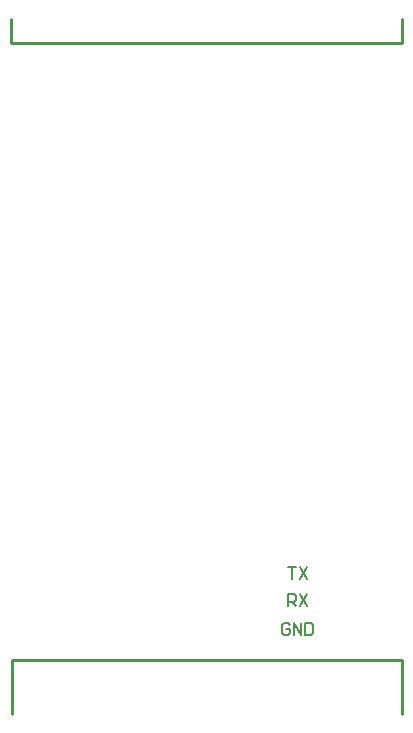
<source format=gto>
G04*
G04 #@! TF.GenerationSoftware,Altium Limited,Altium Designer,22.3.1 (43)*
G04*
G04 Layer_Color=65535*
%FSLAX25Y25*%
%MOIN*%
G70*
G04*
G04 #@! TF.SameCoordinates,566B9F24-299B-4401-B20D-5A4742CE3083*
G04*
G04*
G04 #@! TF.FilePolarity,Positive*
G04*
G01*
G75*
%ADD10C,0.00984*%
%ADD11C,0.01000*%
%ADD12C,0.00787*%
D10*
X159055Y215748D02*
Y224016D01*
X28740Y215748D02*
X159055D01*
X28740D02*
Y224016D01*
D11*
X28808Y-7776D02*
Y10295D01*
X159008D01*
X159008Y-7776D02*
X159008Y10295D01*
D12*
X121521Y21784D02*
X120865Y22440D01*
X119554D01*
X118898Y21784D01*
Y19160D01*
X119554Y18504D01*
X120865D01*
X121521Y19160D01*
Y20472D01*
X120210D01*
X122833Y18504D02*
Y22440D01*
X125457Y18504D01*
Y22440D01*
X126769D02*
Y18504D01*
X128737D01*
X129393Y19160D01*
Y21784D01*
X128737Y22440D01*
X126769D01*
X120866Y28346D02*
Y32282D01*
X122834D01*
X123490Y31626D01*
Y30314D01*
X122834Y29658D01*
X120866D01*
X122178D02*
X123490Y28346D01*
X124802Y32282D02*
X127426Y28346D01*
Y32282D02*
X124802Y28346D01*
X120866Y41140D02*
X123490D01*
X122178D01*
Y37205D01*
X124802Y41140D02*
X127426Y37205D01*
Y41140D02*
X124802Y37205D01*
M02*

</source>
